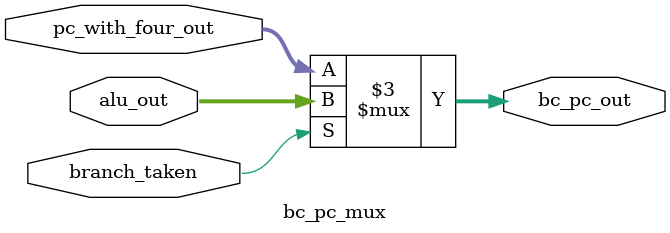
<source format=sv>
module bc_pc_mux (
    input logic[31:0]   pc_with_four_out,
    input logic [31:0]  alu_out,
    output logic [31:0] bc_pc_out,
    input logic         branch_taken
);
always_comb begin
    if (branch_taken) begin
        bc_pc_out=alu_out;
    end
    else begin
        bc_pc_out=pc_with_four_out;
    end
end
    
endmodule
</source>
